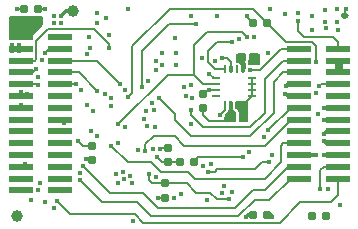
<source format=gbr>
%TF.GenerationSoftware,KiCad,Pcbnew,8.0.0*%
%TF.CreationDate,2024-09-22T12:37:06-04:00*%
%TF.ProjectId,MainBoard,4d61696e-426f-4617-9264-2e6b69636164,rev?*%
%TF.SameCoordinates,Original*%
%TF.FileFunction,Copper,L6,Bot*%
%TF.FilePolarity,Positive*%
%FSLAX46Y46*%
G04 Gerber Fmt 4.6, Leading zero omitted, Abs format (unit mm)*
G04 Created by KiCad (PCBNEW 8.0.0) date 2024-09-22 12:37:06*
%MOMM*%
%LPD*%
G01*
G04 APERTURE LIST*
G04 Aperture macros list*
%AMRoundRect*
0 Rectangle with rounded corners*
0 $1 Rounding radius*
0 $2 $3 $4 $5 $6 $7 $8 $9 X,Y pos of 4 corners*
0 Add a 4 corners polygon primitive as box body*
4,1,4,$2,$3,$4,$5,$6,$7,$8,$9,$2,$3,0*
0 Add four circle primitives for the rounded corners*
1,1,$1+$1,$2,$3*
1,1,$1+$1,$4,$5*
1,1,$1+$1,$6,$7*
1,1,$1+$1,$8,$9*
0 Add four rect primitives between the rounded corners*
20,1,$1+$1,$2,$3,$4,$5,0*
20,1,$1+$1,$4,$5,$6,$7,0*
20,1,$1+$1,$6,$7,$8,$9,0*
20,1,$1+$1,$8,$9,$2,$3,0*%
G04 Aperture macros list end*
%TA.AperFunction,Conductor*%
%ADD10C,0.350000*%
%TD*%
%TA.AperFunction,ComponentPad*%
%ADD11C,1.000000*%
%TD*%
%TA.AperFunction,SMDPad,CuDef*%
%ADD12RoundRect,0.160000X-0.197500X-0.160000X0.197500X-0.160000X0.197500X0.160000X-0.197500X0.160000X0*%
%TD*%
%TA.AperFunction,SMDPad,CuDef*%
%ADD13RoundRect,0.160000X0.160000X-0.197500X0.160000X0.197500X-0.160000X0.197500X-0.160000X-0.197500X0*%
%TD*%
%TA.AperFunction,SMDPad,CuDef*%
%ADD14R,2.000000X0.500000*%
%TD*%
%TA.AperFunction,SMDPad,CuDef*%
%ADD15RoundRect,0.155000X0.212500X0.155000X-0.212500X0.155000X-0.212500X-0.155000X0.212500X-0.155000X0*%
%TD*%
%TA.AperFunction,SMDPad,CuDef*%
%ADD16RoundRect,0.160000X-0.160000X0.197500X-0.160000X-0.197500X0.160000X-0.197500X0.160000X0.197500X0*%
%TD*%
%TA.AperFunction,SMDPad,CuDef*%
%ADD17RoundRect,0.160000X0.197500X0.160000X-0.197500X0.160000X-0.197500X-0.160000X0.197500X-0.160000X0*%
%TD*%
%TA.AperFunction,SMDPad,CuDef*%
%ADD18RoundRect,0.155000X-0.212500X-0.155000X0.212500X-0.155000X0.212500X0.155000X-0.212500X0.155000X0*%
%TD*%
%TA.AperFunction,SMDPad,CuDef*%
%ADD19C,1.000000*%
%TD*%
%TA.AperFunction,SMDPad,CuDef*%
%ADD20RoundRect,0.062500X-0.237500X-0.062500X0.237500X-0.062500X0.237500X0.062500X-0.237500X0.062500X0*%
%TD*%
%TA.AperFunction,SMDPad,CuDef*%
%ADD21RoundRect,0.062500X-0.062500X-0.237500X0.062500X-0.237500X0.062500X0.237500X-0.062500X0.237500X0*%
%TD*%
%TA.AperFunction,SMDPad,CuDef*%
%ADD22RoundRect,0.068750X-0.068750X-0.231250X0.068750X-0.231250X0.068750X0.231250X-0.068750X0.231250X0*%
%TD*%
%TA.AperFunction,ViaPad*%
%ADD23C,0.450000*%
%TD*%
%TA.AperFunction,Conductor*%
%ADD24C,0.300000*%
%TD*%
%TA.AperFunction,Conductor*%
%ADD25C,0.156500*%
%TD*%
G04 APERTURE END LIST*
%TO.N,unconnected-(U3-INT1{slash}INT-Pad4)*%
D10*
X113975000Y-74600000D02*
G75*
G02*
X113625000Y-74600000I-175000J0D01*
G01*
X113625000Y-74600000D02*
G75*
G02*
X113975000Y-74600000I175000J0D01*
G01*
%TD*%
D11*
%TO.P,TP1,1,1*%
%TO.N,GND*%
X86000000Y-91600000D03*
%TD*%
D12*
%TO.P,R2,1*%
%TO.N,Net-(D1-K)*%
X86602500Y-74000000D03*
%TO.P,R2,2*%
%TO.N,GND*%
X87797500Y-74000000D03*
%TD*%
D13*
%TO.P,R7,1*%
%TO.N,+3V3*%
X98800000Y-86997500D03*
%TO.P,R7,2*%
%TO.N,/MCU/SDIO_CMD*%
X98800000Y-85802500D03*
%TD*%
D12*
%TO.P,R6,1*%
%TO.N,+3V3*%
X99802500Y-87000000D03*
%TO.P,R6,2*%
%TO.N,/MCU/SDIO_D3*%
X100997500Y-87000000D03*
%TD*%
D14*
%TO.P,J2,1,Pin_1*%
%TO.N,/Connectors/PB7*%
X113200000Y-77400000D03*
%TO.P,J2,2,Pin_2*%
%TO.N,/Connectors/PB8*%
X109900000Y-77400000D03*
%TO.P,J2,3,Pin_3*%
%TO.N,GND*%
X113200000Y-78400000D03*
%TO.P,J2,4,Pin_4*%
%TO.N,/Connectors/BOOT0*%
X109900000Y-78400000D03*
%TO.P,J2,5,Pin_5*%
%TO.N,GND*%
X113200000Y-79400000D03*
%TO.P,J2,6,Pin_6*%
%TO.N,/Connectors/PB9*%
X109900000Y-79400000D03*
%TO.P,J2,7,Pin_7*%
%TO.N,/Connectors/PB14*%
X113200000Y-80400000D03*
%TO.P,J2,8,Pin_8*%
%TO.N,GND*%
X109900000Y-80400000D03*
%TO.P,J2,9,Pin_9*%
X113200000Y-81400000D03*
%TO.P,J2,10,Pin_10*%
%TO.N,/Connectors/PB6*%
X109900000Y-81400000D03*
%TO.P,J2,11,Pin_11*%
%TO.N,/Connectors/PB2{slash}BOOT1*%
X113200000Y-82400000D03*
%TO.P,J2,12,Pin_12*%
%TO.N,/Connectors/SWO*%
X109900000Y-82400000D03*
%TO.P,J2,13,Pin_13*%
%TO.N,/Connectors/SWCLK*%
X113200000Y-83400000D03*
%TO.P,J2,14,Pin_14*%
%TO.N,/Connectors/PA15*%
X109900000Y-83400000D03*
%TO.P,J2,15,Pin_15*%
%TO.N,/Connectors/PA10*%
X113200000Y-84400000D03*
%TO.P,J2,16,Pin_16*%
%TO.N,/Connectors/SWDIO*%
X109900000Y-84400000D03*
%TO.P,J2,17,Pin_17*%
%TO.N,GND*%
X113200000Y-85400000D03*
%TO.P,J2,18,Pin_18*%
%TO.N,/Connectors/PC7*%
X109900000Y-85400000D03*
%TO.P,J2,19,Pin_19*%
%TO.N,/Connectors/PA9*%
X113200000Y-86400000D03*
%TO.P,J2,20,Pin_20*%
%TO.N,GND*%
X109900000Y-86400000D03*
%TO.P,J2,21,Pin_21*%
%TO.N,/Connectors/PA8*%
X113200000Y-87400000D03*
%TO.P,J2,22,Pin_22*%
%TO.N,/Connectors/PC6*%
X109900000Y-87400000D03*
%TO.P,J2,23,Pin_23*%
%TO.N,/Connectors/PB12*%
X113200000Y-88400000D03*
%TO.P,J2,24,Pin_24*%
%TO.N,/Connectors/PB15*%
X109900000Y-88400000D03*
%TD*%
D15*
%TO.P,C7,1*%
%TO.N,+3V3*%
X107167500Y-91500000D03*
%TO.P,C7,2*%
%TO.N,GND*%
X106032500Y-91500000D03*
%TD*%
D16*
%TO.P,R10,1*%
%TO.N,/Connectors/PB2{slash}BOOT1*%
X92400000Y-85602500D03*
%TO.P,R10,2*%
%TO.N,GND*%
X92400000Y-86797500D03*
%TD*%
D13*
%TO.P,R8,1*%
%TO.N,+3V3*%
X98600000Y-89997500D03*
%TO.P,R8,2*%
%TO.N,/MCU/SDIO_D0*%
X98600000Y-88802500D03*
%TD*%
D17*
%TO.P,R5,1*%
%TO.N,+3V3*%
X112195000Y-91600000D03*
%TO.P,R5,2*%
%TO.N,/MCU/SDIO_D2*%
X111000000Y-91600000D03*
%TD*%
D18*
%TO.P,C4,1*%
%TO.N,+3V3*%
X105072500Y-78093125D03*
%TO.P,C4,2*%
%TO.N,GND*%
X106207500Y-78093125D03*
%TD*%
D13*
%TO.P,R13,1*%
%TO.N,+3V3*%
X101800000Y-82397500D03*
%TO.P,R13,2*%
%TO.N,/IMU_BARO/MAG_CS*%
X101800000Y-81202500D03*
%TD*%
D12*
%TO.P,R11,1*%
%TO.N,+3V3*%
X106002500Y-75200000D03*
%TO.P,R11,2*%
%TO.N,/IMU_BARO/IMU_CS*%
X107197500Y-75200000D03*
%TD*%
D18*
%TO.P,C2,1*%
%TO.N,+3V3*%
X104072501Y-83293125D03*
%TO.P,C2,2*%
%TO.N,GND*%
X105207501Y-83293125D03*
%TD*%
D14*
%TO.P,J3,1,Pin_1*%
%TO.N,GND*%
X89700000Y-76400000D03*
%TO.P,J3,2,Pin_2*%
%TO.N,+5V*%
X86400000Y-76400000D03*
%TO.P,J3,3,Pin_3*%
%TO.N,/Connectors/PA2*%
X89700000Y-77400000D03*
%TO.P,J3,4,Pin_4*%
%TO.N,GND*%
X86400000Y-77400000D03*
%TO.P,J3,5,Pin_5*%
%TO.N,/Connectors/PC0*%
X89700000Y-78400000D03*
%TO.P,J3,6,Pin_6*%
%TO.N,/Connectors/NRST*%
X86400000Y-78400000D03*
%TO.P,J3,7,Pin_7*%
%TO.N,/Connectors/PC2*%
X89700000Y-79400000D03*
%TO.P,J3,8,Pin_8*%
%TO.N,/Connectors/PC1*%
X86400000Y-79400000D03*
%TO.P,J3,9,Pin_9*%
%TO.N,/Connectors/PA0*%
X89700000Y-80400000D03*
%TO.P,J3,10,Pin_10*%
%TO.N,/Connectors/PA3*%
X86400000Y-80400000D03*
%TO.P,J3,11,Pin_11*%
%TO.N,/Connectors/PA1*%
X89700000Y-81400000D03*
%TO.P,J3,12,Pin_12*%
%TO.N,GND*%
X86400000Y-81400000D03*
%TO.P,J3,13,Pin_13*%
%TO.N,/Connectors/PA4*%
X89700000Y-82400000D03*
%TO.P,J3,14,Pin_14*%
%TO.N,+3V3*%
X86400000Y-82400000D03*
%TO.P,J3,15,Pin_15*%
%TO.N,GND*%
X89700000Y-83400000D03*
%TO.P,J3,16,Pin_16*%
%TO.N,/Connectors/PA6*%
X86400000Y-83400000D03*
%TO.P,J3,17,Pin_17*%
%TO.N,/Connectors/PC4*%
X89700000Y-84400000D03*
%TO.P,J3,18,Pin_18*%
%TO.N,/Connectors/PA7*%
X86400000Y-84400000D03*
%TO.P,J3,19,Pin_19*%
%TO.N,/Connectors/PB0*%
X89700000Y-85400000D03*
%TO.P,J3,20,Pin_20*%
%TO.N,/Connectors/PC3*%
X86400000Y-85400000D03*
%TO.P,J3,21,Pin_21*%
%TO.N,GND*%
X89700000Y-86400000D03*
%TO.P,J3,22,Pin_22*%
%TO.N,/Connectors/PB1*%
X86400000Y-86400000D03*
%TO.P,J3,23,Pin_23*%
%TO.N,/Connectors/PB10*%
X89700000Y-87400000D03*
%TO.P,J3,24,Pin_24*%
%TO.N,GND*%
X86400000Y-87400000D03*
%TO.P,J3,25,Pin_25*%
%TO.N,/Connectors/PB11*%
X89700000Y-88400000D03*
%TO.P,J3,26,Pin_26*%
%TO.N,/Connectors/USB_D-*%
X86400000Y-88400000D03*
%TO.P,J3,27,Pin_27*%
%TO.N,/Connectors/PB13*%
X89700000Y-89400000D03*
%TO.P,J3,28,Pin_28*%
%TO.N,/Connectors/USB_D+*%
X86400000Y-89400000D03*
%TD*%
D19*
%TO.P,TP3,1,1*%
%TO.N,+3V3*%
X90800000Y-74200000D03*
%TD*%
D20*
%TO.P,U5,1,INT*%
%TO.N,unconnected-(U5-INT-Pad1)*%
X102850000Y-81403125D03*
%TO.P,U5,2,MS/CS*%
%TO.N,/IMU_BARO/MAG_CS*%
X102850000Y-80903125D03*
%TO.P,U5,3,SCL/SCLK*%
%TO.N,/IMU_BARO/SCK*%
X102850000Y-80403125D03*
%TO.P,U5,4,NC*%
%TO.N,GND*%
X102850000Y-79903125D03*
D21*
%TO.P,U5,5,SDA/MOSI*%
%TO.N,/IMU_BARO/MOSI*%
X103650000Y-79103125D03*
D22*
%TO.P,U5,6,MISO*%
%TO.N,/IMU_BARO/MISO*%
X104162500Y-79103125D03*
D21*
%TO.P,U5,7,INT/TRIG*%
%TO.N,unconnected-(U5-INT{slash}TRIG-Pad7)*%
X104650000Y-79103125D03*
%TO.P,U5,8,VDDIO*%
%TO.N,+3V3*%
X105150000Y-79103125D03*
D20*
%TO.P,U5,9,NC*%
%TO.N,GND*%
X105950000Y-79903125D03*
%TO.P,U5,10,NC*%
X105950000Y-80403125D03*
%TO.P,U5,11,A1*%
X105950000Y-80903125D03*
%TO.P,U5,12,A0*%
X105950000Y-81403125D03*
D21*
%TO.P,U5,13,VSS*%
X105150000Y-82203125D03*
%TO.P,U5,14,NC*%
X104650000Y-82203125D03*
%TO.P,U5,15,VDD*%
%TO.N,+3V3*%
X104150000Y-82203125D03*
%TO.P,U5,16,NC*%
%TO.N,GND*%
X103650000Y-82203125D03*
%TD*%
D23*
%TO.N,GND*%
X93989084Y-82249380D03*
X91925000Y-77853135D03*
X108800000Y-80550000D03*
X85625000Y-77075002D03*
X89700000Y-76400000D03*
X92216759Y-77371642D03*
X103200000Y-83000000D03*
X91346750Y-87899997D03*
X101764206Y-87297024D03*
X102783353Y-78405549D03*
X86338402Y-81075002D03*
X112200000Y-75664038D03*
X89168602Y-90882419D03*
X112051286Y-85251284D03*
X97487124Y-81959873D03*
X100892577Y-81567500D03*
X112105000Y-74100000D03*
X86866966Y-81275000D03*
X92167500Y-76400000D03*
X100349946Y-81442243D03*
X92330284Y-84350700D03*
X104857886Y-76604140D03*
X95033925Y-87856326D03*
X113137500Y-74000000D03*
X107432500Y-74000000D03*
X105657286Y-86105819D03*
X97003549Y-83967311D03*
X100800000Y-83800000D03*
X95640682Y-88159423D03*
X96957918Y-82700047D03*
X95188331Y-80921250D03*
X96248758Y-85994617D03*
X95196019Y-84059353D03*
X113420000Y-90600000D03*
X111377404Y-81177404D03*
X88168791Y-78354958D03*
X99400000Y-76450000D03*
X99467500Y-77800000D03*
X86175000Y-77075002D03*
X92459621Y-82659621D03*
X86200003Y-77600000D03*
X93461391Y-81222160D03*
X90000000Y-83724998D03*
X86730913Y-87199969D03*
X112349890Y-89287899D03*
X99345000Y-90046038D03*
X87805549Y-79783353D03*
X113369947Y-78918350D03*
X95860819Y-91975000D03*
X102975000Y-74600000D03*
X111349997Y-86400000D03*
X104216647Y-89503250D03*
X102439522Y-87195738D03*
X85625000Y-77600000D03*
X87200000Y-90233032D03*
X107605549Y-86383353D03*
X97800000Y-88255852D03*
X95400000Y-74032500D03*
X91855109Y-86706991D03*
X105797685Y-78521526D03*
X112582517Y-81395589D03*
X107294148Y-77794148D03*
X103394451Y-89616647D03*
X102300000Y-79500000D03*
X105330852Y-82780852D03*
X95130032Y-88423743D03*
X94616647Y-85394451D03*
X112105000Y-75100000D03*
X105441938Y-91618500D03*
X93800000Y-76232500D03*
X111540379Y-82940379D03*
X88367500Y-90400000D03*
X91459621Y-80859621D03*
X99467500Y-78800000D03*
X90400000Y-86400000D03*
X106125003Y-76400000D03*
X102100000Y-90200000D03*
X88400000Y-74000000D03*
X106965577Y-84857372D03*
X97538678Y-85906007D03*
X109800000Y-74400000D03*
%TO.N,+5V*%
X85800000Y-75232500D03*
X87600000Y-75250000D03*
X86400000Y-75250000D03*
X87024997Y-75250000D03*
%TO.N,+3V3*%
X87825002Y-89400000D03*
X89200000Y-75250000D03*
X98332500Y-78800000D03*
X105150000Y-78600000D03*
X105475000Y-74600000D03*
X100200000Y-80600000D03*
X97800000Y-79200000D03*
X107660000Y-91618500D03*
X108700000Y-74500000D03*
X113137500Y-75135000D03*
X100800000Y-74600000D03*
X111000000Y-75800000D03*
X97800000Y-78400000D03*
X92800000Y-74400000D03*
X97885504Y-86600000D03*
X89200000Y-74600000D03*
X104150000Y-82800000D03*
X113192630Y-75800000D03*
X86400000Y-82167500D03*
X98000000Y-90032500D03*
X89800000Y-74600000D03*
X98332500Y-77800000D03*
X88000000Y-88800000D03*
X92800000Y-75200000D03*
X93550000Y-74800000D03*
X111000000Y-74600000D03*
X89800000Y-75250000D03*
X100800000Y-80432500D03*
X112195000Y-91600000D03*
%TO.N,Net-(D1-K)*%
X86000000Y-74000000D03*
%TO.N,/IMU_BARO/BARO_CS*%
X101200000Y-75325000D03*
X101725000Y-78200000D03*
X96600000Y-80600000D03*
%TO.N,/Connectors/USB_D-*%
X85625000Y-88400000D03*
%TO.N,/Connectors/USB_D+*%
X85625000Y-89400000D03*
%TO.N,/IMU_BARO/MOSI*%
X104225000Y-76800000D03*
%TO.N,/IMU_BARO/IMU_CS*%
X95451172Y-81515740D03*
X111362501Y-78550002D03*
%TO.N,/IMU_BARO/SCK*%
X105475000Y-76400000D03*
X94600000Y-83800000D03*
%TO.N,/IMU_BARO/MISO*%
X103400000Y-78200000D03*
%TO.N,/MCU/SDIO_D3*%
X105193500Y-86606500D03*
X101000000Y-87000000D03*
%TO.N,/MCU/SDIO_D2*%
X102200000Y-87800000D03*
X107400000Y-87000000D03*
X110960000Y-91625000D03*
%TO.N,/MCU/SDIO_CMD*%
X98186315Y-85850602D03*
%TO.N,/MCU/SDIO_D0*%
X97200000Y-88000000D03*
X103988080Y-90132738D03*
%TO.N,/Connectors/PB11*%
X89124740Y-88447253D03*
%TO.N,/Connectors/PB10*%
X90000000Y-87400000D03*
%TO.N,/Connectors/PB2{slash}BOOT1*%
X112000000Y-82400000D03*
X91200000Y-85200000D03*
%TO.N,/Connectors/PB1*%
X85625000Y-86400000D03*
%TO.N,/Connectors/PB0*%
X89000000Y-85400000D03*
%TO.N,/Connectors/PC4*%
X90000000Y-84400000D03*
%TO.N,/Connectors/PA7*%
X86349749Y-84346750D03*
%TO.N,/Connectors/PA6*%
X86200000Y-83400000D03*
%TO.N,/Connectors/PA4*%
X90000000Y-82400000D03*
%TO.N,/Connectors/PA1*%
X89400000Y-81400000D03*
%TO.N,/Connectors/PA3*%
X87799700Y-80433330D03*
%TO.N,/Connectors/PA2*%
X88383243Y-77741351D03*
%TO.N,/Connectors/PA0*%
X91000000Y-80400000D03*
%TO.N,/Connectors/PC3*%
X92000000Y-82200000D03*
X86200000Y-85400000D03*
%TO.N,/Connectors/PC2*%
X92850000Y-81001470D03*
%TO.N,/Connectors/PC1*%
X87637631Y-79151088D03*
X94017509Y-81600000D03*
%TO.N,/Connectors/NRST*%
X93800000Y-77367500D03*
%TO.N,/Connectors/PC0*%
X94800000Y-80400000D03*
%TO.N,/Connectors/PB9*%
X98023659Y-81583230D03*
%TO.N,/Connectors/PB8*%
X97600000Y-82600000D03*
X105800011Y-79171524D03*
%TO.N,/Connectors/PB7*%
X109800000Y-75050003D03*
X96800000Y-83350001D03*
%TO.N,/Connectors/PB6*%
X97692272Y-84054232D03*
X108718143Y-81194828D03*
%TO.N,/Connectors/SWO*%
X107300000Y-84300000D03*
%TO.N,/Connectors/PA15*%
X96898350Y-86017737D03*
%TO.N,/Connectors/SWCLK*%
X112000000Y-83400000D03*
X103600000Y-89000000D03*
%TO.N,/Connectors/SWDIO*%
X99904133Y-89714567D03*
X109200000Y-84400000D03*
%TO.N,/Connectors/PA10*%
X111990867Y-84600000D03*
X95800000Y-88800000D03*
%TO.N,/Connectors/PA9*%
X94600000Y-88800000D03*
X112000000Y-86400000D03*
%TO.N,/Connectors/BOOT0*%
X100800000Y-82602500D03*
%TO.N,/Connectors/PA8*%
X94400000Y-88000000D03*
X111700000Y-89300000D03*
%TO.N,/Connectors/PC7*%
X94000000Y-85600000D03*
%TO.N,/Connectors/PC6*%
X91640453Y-87320133D03*
%TO.N,/Connectors/PB15*%
X91346750Y-88550000D03*
%TO.N,/Connectors/PB14*%
X92800000Y-84800000D03*
X111611215Y-80570909D03*
%TO.N,/Connectors/PB13*%
X90346750Y-89294692D03*
%TO.N,/Connectors/PB12*%
X89400000Y-90275000D03*
%TO.N,/IMU_BARO/MAG_CS*%
X97124122Y-80102877D03*
X102296875Y-80906375D03*
%TO.N,unconnected-(U3-INT1{slash}INT-Pad4)*%
X113872500Y-74002886D03*
%TD*%
D24*
%TO.N,+3V3*%
X89800000Y-74600000D02*
X90200000Y-74200000D01*
X90200000Y-74200000D02*
X90800000Y-74200000D01*
D25*
%TO.N,Net-(D1-K)*%
X86602500Y-74000000D02*
X86000000Y-74000000D01*
%TO.N,GND*%
X87797500Y-74000000D02*
X88400000Y-74000000D01*
X86200003Y-77599997D02*
X86400000Y-77400000D01*
X113200000Y-81400000D02*
X112586928Y-81400000D01*
X89675002Y-83400000D02*
X90000000Y-83724998D01*
X85625000Y-77600000D02*
X85825000Y-77400000D01*
D24*
X108950000Y-80400000D02*
X109900000Y-80400000D01*
X112051286Y-85251284D02*
X112200002Y-85400000D01*
D25*
X86530882Y-87400000D02*
X86730913Y-87199969D01*
X86200003Y-77600000D02*
X86200003Y-77599997D01*
X105154687Y-82203125D02*
X105950000Y-81407812D01*
X102703125Y-79903125D02*
X102850000Y-79903125D01*
D24*
X108800000Y-80550000D02*
X108950000Y-80400000D01*
D25*
X103650000Y-82203125D02*
X103650000Y-82550000D01*
X86200000Y-87400000D02*
X86530882Y-87400000D01*
D24*
X106207500Y-78093125D02*
X106207500Y-78112050D01*
X109900000Y-86400000D02*
X111349997Y-86400000D01*
D25*
X91945618Y-86797500D02*
X91855109Y-86706991D01*
X103650000Y-82550000D02*
X103200000Y-83000000D01*
X105150000Y-82203125D02*
X105154687Y-82203125D01*
X112586928Y-81400000D02*
X112582517Y-81395589D01*
D24*
X105560438Y-91500000D02*
X106032500Y-91500000D01*
X105441938Y-91618500D02*
X105560438Y-91500000D01*
D25*
X89500000Y-83400000D02*
X89675002Y-83400000D01*
X105950000Y-81403125D02*
X105950000Y-79940625D01*
X102300000Y-79500000D02*
X102703125Y-79903125D01*
X89700000Y-86400000D02*
X90400000Y-86400000D01*
D24*
X112200002Y-85400000D02*
X113200000Y-85400000D01*
D25*
X85825000Y-77400000D02*
X86400000Y-77400000D01*
X105950000Y-81407812D02*
X105950000Y-81403125D01*
X92400000Y-86797500D02*
X91945618Y-86797500D01*
%TO.N,+3V3*%
X98035000Y-89997500D02*
X98000000Y-90032500D01*
X102303250Y-83503250D02*
X101800000Y-83000000D01*
X104072501Y-83293125D02*
X103862376Y-83503250D01*
X98285504Y-87000000D02*
X99802500Y-87000000D01*
X101800000Y-83000000D02*
X101800000Y-82397500D01*
D24*
X107541500Y-91500000D02*
X107660000Y-91618500D01*
D25*
X98600000Y-89997500D02*
X98035000Y-89997500D01*
X97885504Y-86600000D02*
X98285504Y-87000000D01*
X105475000Y-74600000D02*
X105475000Y-74672500D01*
X105475000Y-74672500D02*
X106002500Y-75200000D01*
D24*
X105150000Y-78170625D02*
X105072500Y-78093125D01*
D25*
X103862376Y-83503250D02*
X102303250Y-83503250D01*
D24*
X107167500Y-91500000D02*
X107541500Y-91500000D01*
D25*
%TO.N,/IMU_BARO/BARO_CS*%
X98875000Y-75325000D02*
X101200000Y-75325000D01*
X96600000Y-77600000D02*
X98875000Y-75325000D01*
X96600000Y-80600000D02*
X96600000Y-77600000D01*
%TO.N,/Connectors/USB_D-*%
X86400000Y-88400000D02*
X85625000Y-88400000D01*
%TO.N,/Connectors/USB_D+*%
X86400000Y-89400000D02*
X85625000Y-89400000D01*
%TO.N,/IMU_BARO/MOSI*%
X102769226Y-79103125D02*
X103650000Y-79103125D01*
X104225000Y-76800000D02*
X103000000Y-76800000D01*
X102228250Y-77571750D02*
X102228250Y-78562149D01*
X102228250Y-78562149D02*
X102769226Y-79103125D01*
X103000000Y-76800000D02*
X102228250Y-77571750D01*
%TO.N,/IMU_BARO/IMU_CS*%
X111000000Y-76800000D02*
X108797500Y-76800000D01*
X108797500Y-76800000D02*
X105997500Y-74000000D01*
X111362501Y-78550002D02*
X111362501Y-77162501D01*
X111362501Y-77162501D02*
X111000000Y-76800000D01*
X98997500Y-74000000D02*
X95800000Y-77197500D01*
X95800000Y-81166912D02*
X95451172Y-81515740D01*
X95800000Y-77197500D02*
X95800000Y-81166912D01*
X105997500Y-74000000D02*
X98997500Y-74000000D01*
%TO.N,/IMU_BARO/SCK*%
X101000000Y-77100000D02*
X101000000Y-79600000D01*
X102850000Y-80403125D02*
X101803125Y-80403125D01*
X105075000Y-76000000D02*
X102100000Y-76000000D01*
X105475000Y-76400000D02*
X105075000Y-76000000D01*
X98800000Y-79600000D02*
X94600000Y-83800000D01*
X101803125Y-80403125D02*
X101000000Y-79600000D01*
X102100000Y-76000000D02*
X101000000Y-77100000D01*
X101000000Y-79600000D02*
X98800000Y-79600000D01*
%TO.N,/IMU_BARO/MISO*%
X103400000Y-78200000D02*
X103800000Y-78200000D01*
X103800000Y-78200000D02*
X104162500Y-78562500D01*
X104162500Y-78562500D02*
X104162500Y-79103125D01*
%TO.N,/MCU/SDIO_D3*%
X101393500Y-86606500D02*
X101000000Y-87000000D01*
X105193500Y-86606500D02*
X101393500Y-86606500D01*
%TO.N,/MCU/SDIO_D2*%
X106200000Y-87600000D02*
X106800000Y-87000000D01*
X102773481Y-87800000D02*
X102973481Y-87600000D01*
X102200000Y-87800000D02*
X102773481Y-87800000D01*
X102973481Y-87600000D02*
X106200000Y-87600000D01*
X106800000Y-87000000D02*
X107400000Y-87000000D01*
%TO.N,/MCU/SDIO_CMD*%
X98800000Y-85802500D02*
X98234417Y-85802500D01*
X98234417Y-85802500D02*
X98186315Y-85850602D01*
%TO.N,/MCU/SDIO_D0*%
X102938590Y-90132738D02*
X103988080Y-90132738D01*
X97200000Y-88000000D02*
X97200000Y-88505852D01*
X97496648Y-88802500D02*
X100402500Y-88802500D01*
X102405852Y-89600000D02*
X102938590Y-90132738D01*
X101200000Y-89600000D02*
X102405852Y-89600000D01*
X100402500Y-88802500D02*
X101200000Y-89600000D01*
X97200000Y-88505852D02*
X97496648Y-88802500D01*
%TO.N,/Connectors/PB11*%
X89171993Y-88400000D02*
X89124740Y-88447253D01*
X89700000Y-88400000D02*
X89171993Y-88400000D01*
%TO.N,/Connectors/PB2{slash}BOOT1*%
X91602500Y-85602500D02*
X92400000Y-85602500D01*
X113600000Y-82400000D02*
X112000000Y-82400000D01*
X91200000Y-85200000D02*
X91602500Y-85602500D01*
%TO.N,/Connectors/PB1*%
X86400000Y-86400000D02*
X85625000Y-86400000D01*
%TO.N,/Connectors/PB0*%
X89700000Y-85400000D02*
X89000000Y-85400000D01*
%TO.N,/Connectors/PA7*%
X86349749Y-84346750D02*
X86296499Y-84400000D01*
X86200000Y-84400000D02*
X86096750Y-84400000D01*
X86296499Y-84400000D02*
X86200000Y-84400000D01*
%TO.N,/Connectors/PA3*%
X87799700Y-80433330D02*
X87766370Y-80400000D01*
X87766370Y-80400000D02*
X86400000Y-80400000D01*
%TO.N,/Connectors/PA2*%
X88724594Y-77400000D02*
X88383243Y-77741351D01*
X89700000Y-77400000D02*
X88724594Y-77400000D01*
%TO.N,/Connectors/PA0*%
X91000000Y-80400000D02*
X89500000Y-80400000D01*
%TO.N,/Connectors/PC2*%
X91248530Y-79400000D02*
X89700000Y-79400000D01*
X92850000Y-81001470D02*
X91248530Y-79400000D01*
%TO.N,/Connectors/PC1*%
X87637631Y-79151088D02*
X87388719Y-79400000D01*
X87388719Y-79400000D02*
X86400000Y-79400000D01*
%TO.N,/Connectors/NRST*%
X87678250Y-76721750D02*
X88646750Y-75753250D01*
X93800000Y-77000000D02*
X93800000Y-77367500D01*
X86400000Y-78400000D02*
X87521750Y-78400000D01*
X88646750Y-75753250D02*
X92553250Y-75753250D01*
X87678250Y-78243500D02*
X87678250Y-76721750D01*
X87521750Y-78400000D02*
X87678250Y-78243500D01*
X92553250Y-75753250D02*
X93800000Y-77000000D01*
%TO.N,/Connectors/PC0*%
X92800000Y-78400000D02*
X89700000Y-78400000D01*
X94800000Y-80400000D02*
X92800000Y-78400000D01*
%TO.N,/Connectors/PB9*%
X99400000Y-83400000D02*
X100800000Y-84800000D01*
X99400000Y-82959571D02*
X99400000Y-83400000D01*
X100800000Y-84800000D02*
X105800000Y-84800000D01*
X107800000Y-80200000D02*
X108600000Y-79400000D01*
X98023659Y-81583230D02*
X99400000Y-82959571D01*
X107800000Y-82800000D02*
X107800000Y-80200000D01*
X105800000Y-84800000D02*
X107800000Y-82800000D01*
X108600000Y-79400000D02*
X109900000Y-79400000D01*
%TO.N,/Connectors/PB8*%
X105800011Y-79171524D02*
X106628476Y-79171524D01*
X106628476Y-79171524D02*
X108400000Y-77400000D01*
X108400000Y-77400000D02*
X109900000Y-77400000D01*
%TO.N,/Connectors/PB7*%
X109800000Y-75900000D02*
X110300000Y-76400000D01*
X113200000Y-76800000D02*
X113200000Y-77400000D01*
X109800000Y-75050003D02*
X109800000Y-75900000D01*
X112800000Y-76400000D02*
X113200000Y-76800000D01*
X110300000Y-76400000D02*
X112800000Y-76400000D01*
%TO.N,/Connectors/PB6*%
X108718143Y-81194828D02*
X108923315Y-81400000D01*
X108923315Y-81400000D02*
X109900000Y-81400000D01*
%TO.N,/Connectors/SWO*%
X109200000Y-82400000D02*
X109900000Y-82400000D01*
X107300000Y-84300000D02*
X109200000Y-82400000D01*
%TO.N,/Connectors/PA15*%
X107000000Y-85600000D02*
X109200000Y-83400000D01*
X97600000Y-84800000D02*
X99400000Y-84800000D01*
X100200000Y-85600000D02*
X107000000Y-85600000D01*
X99400000Y-84800000D02*
X100200000Y-85600000D01*
X96898350Y-85501650D02*
X97600000Y-84800000D01*
X96898350Y-86017737D02*
X96898350Y-85501650D01*
X109200000Y-83400000D02*
X109900000Y-83400000D01*
%TO.N,/Connectors/SWCLK*%
X113200000Y-83400000D02*
X112000000Y-83400000D01*
%TO.N,/Connectors/SWDIO*%
X109900000Y-84400000D02*
X109200000Y-84400000D01*
%TO.N,/Connectors/PA10*%
X112190867Y-84400000D02*
X113200000Y-84400000D01*
X111990867Y-84600000D02*
X112190867Y-84400000D01*
%TO.N,/Connectors/PA9*%
X113200000Y-86400000D02*
X112000000Y-86400000D01*
%TO.N,/Connectors/BOOT0*%
X100800000Y-82602500D02*
X100800000Y-83000000D01*
X107000000Y-80000000D02*
X108600000Y-78400000D01*
X108600000Y-78400000D02*
X109900000Y-78400000D01*
X100800000Y-83000000D02*
X101800000Y-84000000D01*
X101800000Y-84000000D02*
X105800000Y-84000000D01*
X107000000Y-82800000D02*
X107000000Y-80000000D01*
X105800000Y-84000000D02*
X107000000Y-82800000D01*
%TO.N,/Connectors/PA8*%
X111700000Y-87700000D02*
X112000000Y-87400000D01*
X111700000Y-89300000D02*
X111700000Y-87700000D01*
X112000000Y-87400000D02*
X113200000Y-87400000D01*
%TO.N,/Connectors/PC7*%
X100500000Y-87800000D02*
X101100000Y-88400000D01*
X95400000Y-87000000D02*
X97400000Y-87000000D01*
X107000000Y-88400000D02*
X108400000Y-87000000D01*
X108400000Y-87000000D02*
X108400000Y-85600000D01*
X108400000Y-85600000D02*
X108600000Y-85400000D01*
X101100000Y-88400000D02*
X107000000Y-88400000D01*
X94000000Y-85600000D02*
X95400000Y-87000000D01*
X98200000Y-87800000D02*
X100500000Y-87800000D01*
X97400000Y-87000000D02*
X98200000Y-87800000D01*
X108600000Y-85400000D02*
X109900000Y-85400000D01*
%TO.N,/Connectors/PC6*%
X93920320Y-89600000D02*
X96703250Y-89600000D01*
X91640453Y-87320133D02*
X93920320Y-89600000D01*
X106000000Y-89400000D02*
X107000000Y-89400000D01*
X104500000Y-90900000D02*
X106000000Y-89400000D01*
X109000000Y-87400000D02*
X109900000Y-87400000D01*
X96703250Y-89600000D02*
X98003250Y-90900000D01*
X98003250Y-90900000D02*
X104500000Y-90900000D01*
X107000000Y-89400000D02*
X109000000Y-87400000D01*
%TO.N,/Connectors/PB15*%
X104748735Y-91600000D02*
X106148735Y-90200000D01*
X106148735Y-90200000D02*
X107400000Y-90200000D01*
X97400000Y-91600000D02*
X104748735Y-91600000D01*
X91346750Y-88550000D02*
X93196750Y-90400000D01*
X109200000Y-88400000D02*
X109900000Y-88400000D01*
X93196750Y-90400000D02*
X96200000Y-90400000D01*
X96200000Y-90400000D02*
X97400000Y-91600000D01*
X107400000Y-90200000D02*
X109200000Y-88400000D01*
%TO.N,/Connectors/PB14*%
X111782124Y-80400000D02*
X111611215Y-80570909D01*
X113200000Y-80400000D02*
X111782124Y-80400000D01*
%TO.N,/Connectors/PB12*%
X112600000Y-90400000D02*
X110000000Y-90400000D01*
X96721750Y-92121750D02*
X96000000Y-91400000D01*
X113200000Y-88400000D02*
X113200000Y-89800000D01*
X110000000Y-90400000D02*
X108278250Y-92121750D01*
X90525000Y-91400000D02*
X89400000Y-90275000D01*
X108278250Y-92121750D02*
X96721750Y-92121750D01*
X113200000Y-89800000D02*
X112600000Y-90400000D01*
X96000000Y-91400000D02*
X90525000Y-91400000D01*
%TO.N,/IMU_BARO/MAG_CS*%
X102300125Y-80903125D02*
X102850000Y-80903125D01*
X102296875Y-80906375D02*
X102300125Y-80903125D01*
X102096125Y-80906375D02*
X102296875Y-80906375D01*
X101800000Y-81202500D02*
X102096125Y-80906375D01*
%TO.N,unconnected-(U3-INT1{slash}INT-Pad4)*%
X113872500Y-74002886D02*
X113800000Y-74075386D01*
X113800000Y-74075386D02*
X113800000Y-74600000D01*
%TD*%
%TA.AperFunction,Conductor*%
%TO.N,GND*%
G36*
X113543039Y-78419685D02*
G01*
X113588794Y-78472489D01*
X113600000Y-78524000D01*
X113600000Y-79276000D01*
X113580315Y-79343039D01*
X113527511Y-79388794D01*
X113476000Y-79400000D01*
X113124000Y-79400000D01*
X113056961Y-79380315D01*
X113011206Y-79327511D01*
X113000000Y-79276000D01*
X113000000Y-78524000D01*
X113019685Y-78456961D01*
X113072489Y-78411206D01*
X113124000Y-78400000D01*
X113476000Y-78400000D01*
X113543039Y-78419685D01*
G37*
%TD.AperFunction*%
%TD*%
%TA.AperFunction,Conductor*%
%TO.N,GND*%
G36*
X105543039Y-81819685D02*
G01*
X105588794Y-81872489D01*
X105600000Y-81924000D01*
X105600000Y-83476000D01*
X105580315Y-83543039D01*
X105527511Y-83588794D01*
X105476000Y-83600000D01*
X104929500Y-83600000D01*
X104862461Y-83580315D01*
X104816706Y-83527511D01*
X104805500Y-83476000D01*
X104805500Y-82813017D01*
X104804866Y-82802114D01*
X104804118Y-82789237D01*
X104800794Y-82760717D01*
X104775249Y-82682812D01*
X104740673Y-82622098D01*
X104726923Y-82601059D01*
X104726918Y-82601054D01*
X104657349Y-82541700D01*
X104596526Y-82509885D01*
X104546246Y-82461370D01*
X104530000Y-82400009D01*
X104530000Y-81935629D01*
X104539551Y-81903101D01*
X104542950Y-81875022D01*
X104587513Y-81821209D01*
X104654096Y-81800031D01*
X104656867Y-81800000D01*
X105476000Y-81800000D01*
X105543039Y-81819685D01*
G37*
%TD.AperFunction*%
%TD*%
%TA.AperFunction,Conductor*%
%TO.N,+3V3*%
G36*
X104268488Y-81819685D02*
G01*
X104314243Y-81872489D01*
X104324430Y-81933632D01*
X104324500Y-81933632D01*
X104324500Y-81934051D01*
X104324851Y-81936158D01*
X104324500Y-81939720D01*
X104324500Y-82466522D01*
X104339760Y-82543243D01*
X104339761Y-82543245D01*
X104361519Y-82575807D01*
X104397888Y-82630237D01*
X104484883Y-82688365D01*
X104500189Y-82691409D01*
X104562100Y-82723793D01*
X104596676Y-82784507D01*
X104600000Y-82813027D01*
X104600000Y-83476000D01*
X104580315Y-83543039D01*
X104527511Y-83588794D01*
X104476000Y-83600000D01*
X103724000Y-83600000D01*
X103656961Y-83580315D01*
X103611206Y-83527511D01*
X103600000Y-83476000D01*
X103600000Y-83181971D01*
X103609298Y-83143251D01*
X103606703Y-83142408D01*
X103609718Y-83133127D01*
X103609719Y-83133126D01*
X103630804Y-83000000D01*
X103630803Y-82999994D01*
X103631386Y-82996315D01*
X103661315Y-82933180D01*
X103666142Y-82928068D01*
X103873055Y-82721157D01*
X103909753Y-82657593D01*
X103917083Y-82630237D01*
X103921809Y-82612597D01*
X103938478Y-82575810D01*
X103960240Y-82543242D01*
X103975500Y-82466526D01*
X103975499Y-81939725D01*
X103975498Y-81939720D01*
X103975147Y-81936157D01*
X103975499Y-81934300D01*
X103975499Y-81933633D01*
X103975626Y-81933633D01*
X103988165Y-81867511D01*
X104036228Y-81816799D01*
X104098550Y-81800000D01*
X104201449Y-81800000D01*
X104268488Y-81819685D01*
G37*
%TD.AperFunction*%
%TD*%
%TA.AperFunction,Conductor*%
%TO.N,+5V*%
G36*
X88143039Y-74619685D02*
G01*
X88188794Y-74672489D01*
X88200000Y-74724000D01*
X88200000Y-75348638D01*
X88180315Y-75415677D01*
X88163681Y-75436319D01*
X87400000Y-76199999D01*
X87400000Y-76476000D01*
X87380315Y-76543039D01*
X87327511Y-76588794D01*
X87276000Y-76600000D01*
X85524500Y-76600000D01*
X85457461Y-76580315D01*
X85411706Y-76527511D01*
X85400500Y-76476000D01*
X85400500Y-74724000D01*
X85420185Y-74656961D01*
X85472989Y-74611206D01*
X85524500Y-74600000D01*
X88076000Y-74600000D01*
X88143039Y-74619685D01*
G37*
%TD.AperFunction*%
%TD*%
%TA.AperFunction,Conductor*%
%TO.N,GND*%
G36*
X106543039Y-77819685D02*
G01*
X106588794Y-77872489D01*
X106600000Y-77924000D01*
X106600000Y-78676000D01*
X106580315Y-78743039D01*
X106527511Y-78788794D01*
X106476000Y-78800000D01*
X106037869Y-78800000D01*
X105981575Y-78786485D01*
X105933134Y-78761803D01*
X105800013Y-78740720D01*
X105800008Y-78740720D01*
X105743397Y-78749686D01*
X105674104Y-78740731D01*
X105620652Y-78695735D01*
X105600013Y-78628983D01*
X105600000Y-78627213D01*
X105600000Y-78441904D01*
X105612600Y-78387442D01*
X105630432Y-78350967D01*
X105630431Y-78350967D01*
X105630433Y-78350965D01*
X105640500Y-78281867D01*
X105640500Y-77924000D01*
X105660185Y-77856961D01*
X105712989Y-77811206D01*
X105764500Y-77800000D01*
X106476000Y-77800000D01*
X106543039Y-77819685D01*
G37*
%TD.AperFunction*%
%TD*%
%TA.AperFunction,Conductor*%
%TO.N,+3V3*%
G36*
X105343039Y-77819685D02*
G01*
X105388794Y-77872489D01*
X105400000Y-77924000D01*
X105400000Y-78335012D01*
X105389525Y-78378645D01*
X105390981Y-78379119D01*
X105387965Y-78388399D01*
X105366881Y-78521523D01*
X105366881Y-78521528D01*
X105387964Y-78654649D01*
X105390981Y-78663931D01*
X105389523Y-78664404D01*
X105400000Y-78708039D01*
X105400000Y-78989575D01*
X105390711Y-79028273D01*
X105393307Y-79029117D01*
X105390291Y-79038397D01*
X105369207Y-79171521D01*
X105369207Y-79171527D01*
X105382681Y-79256603D01*
X105373726Y-79325896D01*
X105328729Y-79379348D01*
X105261978Y-79399987D01*
X105260208Y-79400000D01*
X105099500Y-79400000D01*
X105032461Y-79380315D01*
X104986706Y-79327511D01*
X104975500Y-79276000D01*
X104975499Y-78839727D01*
X104963611Y-78779958D01*
X104960240Y-78763008D01*
X104960239Y-78763006D01*
X104960238Y-78763004D01*
X104923511Y-78708039D01*
X104902112Y-78676013D01*
X104815117Y-78617885D01*
X104815115Y-78617884D01*
X104815112Y-78617883D01*
X104738404Y-78602625D01*
X104724000Y-78602625D01*
X104656961Y-78582940D01*
X104611206Y-78530136D01*
X104600000Y-78478625D01*
X104600000Y-77924000D01*
X104619685Y-77856961D01*
X104672489Y-77811206D01*
X104724000Y-77800000D01*
X105276000Y-77800000D01*
X105343039Y-77819685D01*
G37*
%TD.AperFunction*%
%TD*%
M02*

</source>
